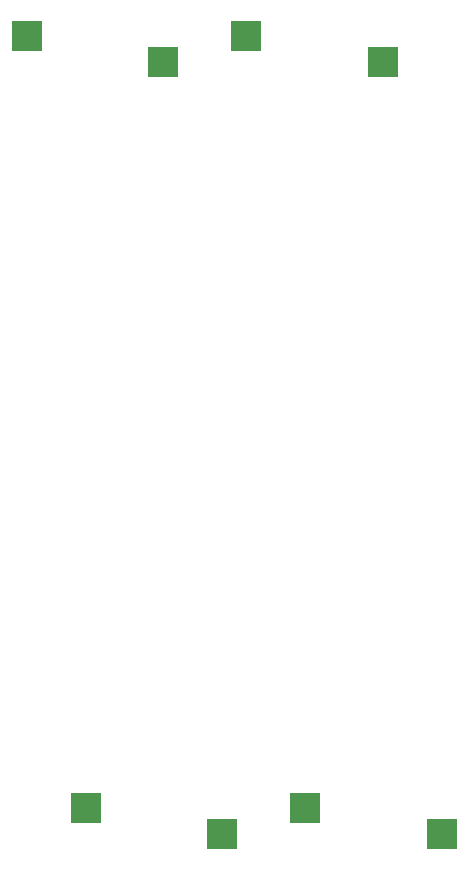
<source format=gbr>
G04 #@! TF.GenerationSoftware,KiCad,Pcbnew,9.0.2*
G04 #@! TF.CreationDate,2025-09-19T15:47:28-04:00*
G04 #@! TF.ProjectId,Trackball,54726163-6b62-4616-9c6c-2e6b69636164,rev?*
G04 #@! TF.SameCoordinates,Original*
G04 #@! TF.FileFunction,Paste,Bot*
G04 #@! TF.FilePolarity,Positive*
%FSLAX46Y46*%
G04 Gerber Fmt 4.6, Leading zero omitted, Abs format (unit mm)*
G04 Created by KiCad (PCBNEW 9.0.2) date 2025-09-19 15:47:28*
%MOMM*%
%LPD*%
G01*
G04 APERTURE LIST*
%ADD10R,2.600000X2.600000*%
G04 APERTURE END LIST*
D10*
X135725000Y-133514000D03*
X147275000Y-135714000D03*
X117125000Y-133514000D03*
X128675000Y-135714000D03*
X142275000Y-70386000D03*
X130725000Y-68186000D03*
X123675000Y-70386000D03*
X112125000Y-68186000D03*
M02*

</source>
